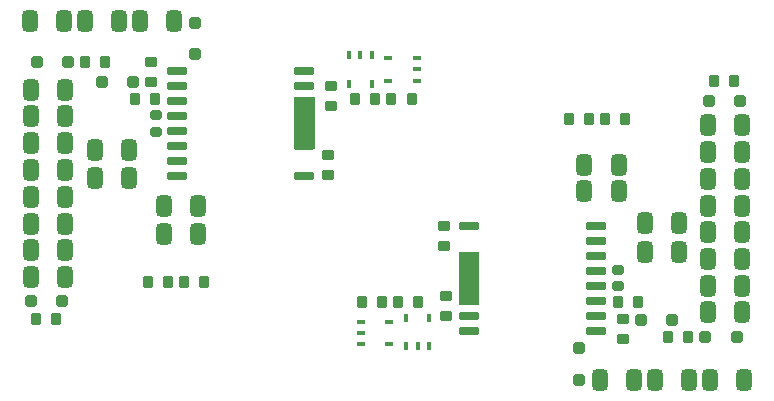
<source format=gtp>
G04*
G04 #@! TF.GenerationSoftware,Altium Limited,Altium Designer,19.1.7 (138)*
G04*
G04 Layer_Color=8421504*
%FSLAX44Y44*%
%MOMM*%
G71*
G01*
G75*
%ADD15R,0.7000X0.4500*%
%ADD16R,0.7000X0.4500*%
%ADD17R,0.4500X0.7000*%
G04:AMPARAMS|DCode=18|XSize=1mm|YSize=0.9mm|CornerRadius=0.225mm|HoleSize=0mm|Usage=FLASHONLY|Rotation=90.000|XOffset=0mm|YOffset=0mm|HoleType=Round|Shape=RoundedRectangle|*
%AMROUNDEDRECTD18*
21,1,1.0000,0.4500,0,0,90.0*
21,1,0.5500,0.9000,0,0,90.0*
1,1,0.4500,0.2250,0.2750*
1,1,0.4500,0.2250,-0.2750*
1,1,0.4500,-0.2250,-0.2750*
1,1,0.4500,-0.2250,0.2750*
%
%ADD18ROUNDEDRECTD18*%
G04:AMPARAMS|DCode=19|XSize=1mm|YSize=0.9mm|CornerRadius=0.225mm|HoleSize=0mm|Usage=FLASHONLY|Rotation=0.000|XOffset=0mm|YOffset=0mm|HoleType=Round|Shape=RoundedRectangle|*
%AMROUNDEDRECTD19*
21,1,1.0000,0.4500,0,0,0.0*
21,1,0.5500,0.9000,0,0,0.0*
1,1,0.4500,0.2750,-0.2250*
1,1,0.4500,-0.2750,-0.2250*
1,1,0.4500,-0.2750,0.2250*
1,1,0.4500,0.2750,0.2250*
%
%ADD19ROUNDEDRECTD19*%
G04:AMPARAMS|DCode=20|XSize=1mm|YSize=1mm|CornerRadius=0.25mm|HoleSize=0mm|Usage=FLASHONLY|Rotation=90.000|XOffset=0mm|YOffset=0mm|HoleType=Round|Shape=RoundedRectangle|*
%AMROUNDEDRECTD20*
21,1,1.0000,0.5000,0,0,90.0*
21,1,0.5000,1.0000,0,0,90.0*
1,1,0.5000,0.2500,0.2500*
1,1,0.5000,0.2500,-0.2500*
1,1,0.5000,-0.2500,-0.2500*
1,1,0.5000,-0.2500,0.2500*
%
%ADD20ROUNDEDRECTD20*%
G04:AMPARAMS|DCode=21|XSize=0.99mm|YSize=0.78mm|CornerRadius=0.195mm|HoleSize=0mm|Usage=FLASHONLY|Rotation=0.000|XOffset=0mm|YOffset=0mm|HoleType=Round|Shape=RoundedRectangle|*
%AMROUNDEDRECTD21*
21,1,0.9900,0.3900,0,0,0.0*
21,1,0.6000,0.7800,0,0,0.0*
1,1,0.3900,0.3000,-0.1950*
1,1,0.3900,-0.3000,-0.1950*
1,1,0.3900,-0.3000,0.1950*
1,1,0.3900,0.3000,0.1950*
%
%ADD21ROUNDEDRECTD21*%
G04:AMPARAMS|DCode=22|XSize=1.7272mm|YSize=0.635mm|CornerRadius=0.1588mm|HoleSize=0mm|Usage=FLASHONLY|Rotation=180.000|XOffset=0mm|YOffset=0mm|HoleType=Round|Shape=RoundedRectangle|*
%AMROUNDEDRECTD22*
21,1,1.7272,0.3175,0,0,180.0*
21,1,1.4097,0.6350,0,0,180.0*
1,1,0.3175,-0.7049,0.1588*
1,1,0.3175,0.7049,0.1588*
1,1,0.3175,0.7049,-0.1588*
1,1,0.3175,-0.7049,-0.1588*
%
%ADD22ROUNDEDRECTD22*%
G04:AMPARAMS|DCode=23|XSize=1.8mm|YSize=1.3mm|CornerRadius=0.325mm|HoleSize=0mm|Usage=FLASHONLY|Rotation=270.000|XOffset=0mm|YOffset=0mm|HoleType=Round|Shape=RoundedRectangle|*
%AMROUNDEDRECTD23*
21,1,1.8000,0.6500,0,0,270.0*
21,1,1.1500,1.3000,0,0,270.0*
1,1,0.6500,-0.3250,-0.5750*
1,1,0.6500,-0.3250,0.5750*
1,1,0.6500,0.3250,0.5750*
1,1,0.6500,0.3250,-0.5750*
%
%ADD23ROUNDEDRECTD23*%
G04:AMPARAMS|DCode=24|XSize=1mm|YSize=1mm|CornerRadius=0.25mm|HoleSize=0mm|Usage=FLASHONLY|Rotation=0.000|XOffset=0mm|YOffset=0mm|HoleType=Round|Shape=RoundedRectangle|*
%AMROUNDEDRECTD24*
21,1,1.0000,0.5000,0,0,0.0*
21,1,0.5000,1.0000,0,0,0.0*
1,1,0.5000,0.2500,-0.2500*
1,1,0.5000,-0.2500,-0.2500*
1,1,0.5000,-0.2500,0.2500*
1,1,0.5000,0.2500,0.2500*
%
%ADD24ROUNDEDRECTD24*%
G36*
X404531Y132969D02*
Y177419D01*
X421803D01*
Y132969D01*
X404531D01*
D02*
G37*
G36*
X282550Y308991D02*
Y264541D01*
X265278D01*
Y308991D01*
X282550D01*
D02*
G37*
D15*
X369124Y322732D02*
D03*
Y341732D02*
D03*
X345124Y322732D02*
D03*
Y341732D02*
D03*
X321502Y118466D02*
D03*
Y99466D02*
D03*
X345502Y118466D02*
D03*
Y99466D02*
D03*
D16*
X369124Y332233D02*
D03*
X321502Y108966D02*
D03*
D17*
X330810Y344232D02*
D03*
X321310D02*
D03*
X311810D02*
D03*
X330810Y320232D02*
D03*
X311810D02*
D03*
X360324Y97982D02*
D03*
X369824D02*
D03*
X379324D02*
D03*
X360324Y121982D02*
D03*
X379324D02*
D03*
D18*
X528710Y290068D02*
D03*
X545710D02*
D03*
X497976D02*
D03*
X514976D02*
D03*
X189094Y151892D02*
D03*
X172094D02*
D03*
X158496D02*
D03*
X141496D02*
D03*
X333874Y306832D02*
D03*
X316874D02*
D03*
X347608Y307086D02*
D03*
X364608D02*
D03*
X105274Y338836D02*
D03*
X88274D02*
D03*
X130692Y307086D02*
D03*
X147692D02*
D03*
X598796Y105664D02*
D03*
X581796D02*
D03*
X339716Y135128D02*
D03*
X322716D02*
D03*
X46872Y121158D02*
D03*
X63872D02*
D03*
X620404Y322072D02*
D03*
X637404D02*
D03*
X539046Y135128D02*
D03*
X556046D02*
D03*
X370450D02*
D03*
X353450D02*
D03*
D19*
X294132Y259452D02*
D03*
Y242452D02*
D03*
X296418Y318380D02*
D03*
Y301380D02*
D03*
X393954Y123580D02*
D03*
Y140580D02*
D03*
X143764Y338310D02*
D03*
Y321310D02*
D03*
X392430Y199508D02*
D03*
Y182508D02*
D03*
X543864Y121022D02*
D03*
Y104022D02*
D03*
D20*
X129074Y321818D02*
D03*
X102574D02*
D03*
X558758Y120396D02*
D03*
X585258D02*
D03*
X73956Y338328D02*
D03*
X47456D02*
D03*
X68876Y135890D02*
D03*
X42376D02*
D03*
X642662Y305308D02*
D03*
X616162D02*
D03*
X613368Y105664D02*
D03*
X639868D02*
D03*
D21*
X148590Y279400D02*
D03*
Y293400D02*
D03*
X539496Y148702D02*
D03*
Y162702D02*
D03*
D22*
X273914Y242316D02*
D03*
Y267716D02*
D03*
Y280416D02*
D03*
Y293116D02*
D03*
Y305816D02*
D03*
Y318516D02*
D03*
Y331216D02*
D03*
X166218D02*
D03*
Y318516D02*
D03*
Y305816D02*
D03*
Y293116D02*
D03*
Y280416D02*
D03*
Y267716D02*
D03*
Y255016D02*
D03*
Y242316D02*
D03*
X413167Y199644D02*
D03*
Y136144D02*
D03*
Y110744D02*
D03*
X520863D02*
D03*
X413167Y161544D02*
D03*
Y174244D02*
D03*
Y148844D02*
D03*
X520863Y174244D02*
D03*
X413167Y123444D02*
D03*
X520863Y186944D02*
D03*
Y161544D02*
D03*
Y136144D02*
D03*
Y199644D02*
D03*
Y123444D02*
D03*
Y148844D02*
D03*
D23*
X71649Y247141D02*
D03*
X42649D02*
D03*
Y269747D02*
D03*
X71649D02*
D03*
Y292353D02*
D03*
X42649D02*
D03*
X71649Y314959D02*
D03*
X42649D02*
D03*
Y224281D02*
D03*
X71649D02*
D03*
Y156209D02*
D03*
X42649D02*
D03*
X71649Y178900D02*
D03*
X42649D02*
D03*
X71649Y201590D02*
D03*
X42649D02*
D03*
X41381Y373057D02*
D03*
X70381D02*
D03*
X88117D02*
D03*
X117117D02*
D03*
X134853D02*
D03*
X163853D02*
D03*
X615421Y126493D02*
D03*
X644421D02*
D03*
X615421Y149099D02*
D03*
X644421D02*
D03*
X615421Y171705D02*
D03*
X644421D02*
D03*
X615421Y194311D02*
D03*
X644421D02*
D03*
Y216917D02*
D03*
X615421D02*
D03*
Y239523D02*
D03*
X644421D02*
D03*
X615421Y262129D02*
D03*
X644421D02*
D03*
Y284735D02*
D03*
X615421D02*
D03*
X125751Y240031D02*
D03*
X96751D02*
D03*
X125751Y263651D02*
D03*
X96751D02*
D03*
X183663Y216545D02*
D03*
X154663D02*
D03*
X183663Y192531D02*
D03*
X154663D02*
D03*
X591079Y201930D02*
D03*
X562079D02*
D03*
X591079Y177991D02*
D03*
X562079D02*
D03*
X540027Y228855D02*
D03*
X511027D02*
D03*
X540027Y251461D02*
D03*
X511027D02*
D03*
X599717Y69089D02*
D03*
X570717D02*
D03*
X552981D02*
D03*
X523981D02*
D03*
X646453D02*
D03*
X617453D02*
D03*
D24*
X506476Y69554D02*
D03*
Y96054D02*
D03*
X181610Y344890D02*
D03*
Y371390D02*
D03*
M02*

</source>
